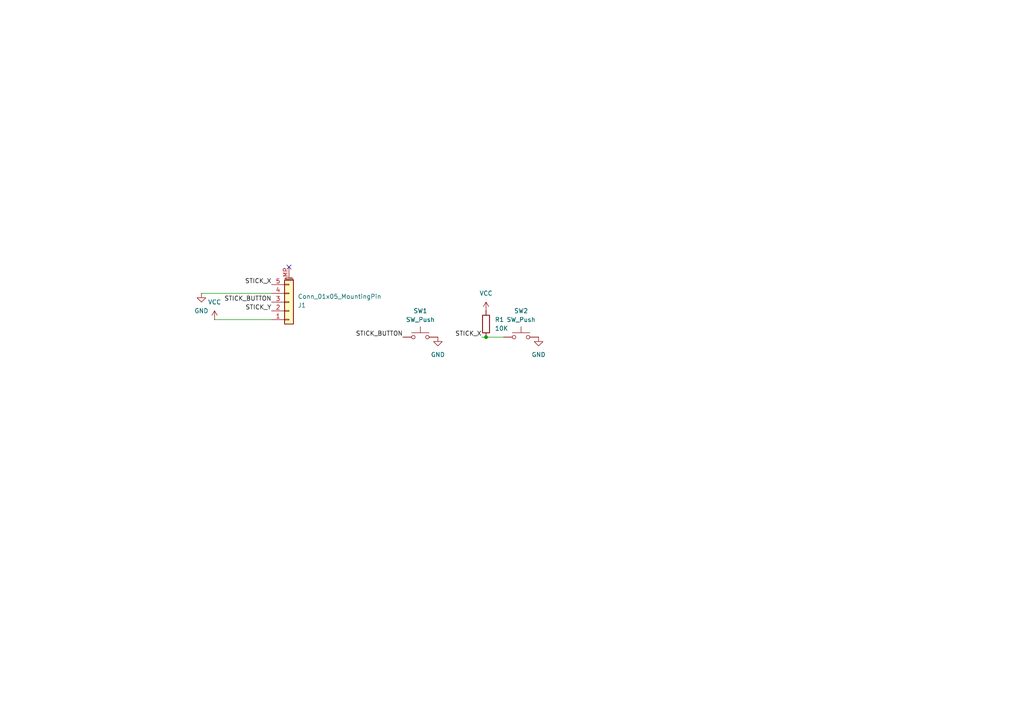
<source format=kicad_sch>
(kicad_sch (version 20231120) (generator "eeschema") (generator_version "8.0")
  (paper "A4")
  (lib_symbols
    (symbol "Connector_Generic_MountingPin:Conn_01x05_MountingPin" (pin_names (offset 1.016) hide)
      (property "Reference" "J" (at 0 7.62 0))
      (property "Value" "Conn_01x05_MountingPin" (at 1.27 -7.62 0))
      (symbol "Conn_01x05_MountingPin_1_1"
        (rectangle (start -1.27 -4.953) (end 0 -5.207) (stroke (width 0.1524)))
        (rectangle (start -1.27 -2.413) (end 0 -2.667) (stroke (width 0.1524)))
        (rectangle (start -1.27 0.127) (end 0 -0.127) (stroke (width 0.1524)))
        (rectangle (start -1.27 2.667) (end 0 2.413) (stroke (width 0.1524)))
        (rectangle (start -1.27 5.207) (end 0 4.953) (stroke (width 0.1524)))
        (rectangle (start -1.27 6.35) (end 1.27 -6.35) (stroke (width 0.254)) (fill (type background)))
        (polyline (pts (xy -1.016 -7.112) (xy 1.016 -7.112)) (stroke (width 0.1524)))
        (text "Mounting" (at 0 -6.731 0) (effects (font (size 0.381 0.381))))
        (pin passive line (at -5.08 5.08 0) (length 3.81) (name "Pin_1") (number "1"))
        (pin passive line (at -5.08 2.54 0) (length 3.81) (name "Pin_2") (number "2"))
        (pin passive line (at -5.08 0 0) (length 3.81) (name "Pin_3") (number "3"))
        (pin passive line (at -5.08 -2.54 0) (length 3.81) (name "Pin_4") (number "4"))
        (pin passive line (at -5.08 -5.08 0) (length 3.81) (name "Pin_5") (number "5"))
        (pin passive line (at 0 -10.16 90) (length 3.048) (name "MountPin") (number "MP"))
      )
    )
    (symbol "Device:R" (pin_numbers hide) (pin_names (offset 0))
      (property "Reference" "R" (at 2.032 0 90))
      (property "Value" "R" (at 0 0 90))
      (symbol "R_0_1"
        (rectangle (start -1.016 -2.54) (end 1.016 2.54) (stroke (width 0.254)))
      )
      (symbol "R_1_1"
        (pin passive line (at 0 3.81 270) (length 1.27) (name "~") (number "1"))
        (pin passive line (at 0 -3.81 90) (length 1.27) (name "~") (number "2"))
      )
    )
    (symbol "Switch:SW_Push" (pin_numbers hide) (pin_names (offset 1.016) hide)
      (property "Reference" "SW" (at 1.27 2.54 0))
      (property "Value" "SW_Push" (at 0 -1.524 0))
      (symbol "SW_Push_0_1"
        (circle (center -2.032 0) (radius 0.508))
        (polyline (pts (xy 0 1.27) (xy 0 3.048)))
        (polyline (pts (xy 2.54 1.27) (xy -2.54 1.27)))
        (circle (center 2.032 0) (radius 0.508))
        (pin passive line (at -5.08 0 0) (length 2.54) (name "1") (number "1"))
        (pin passive line (at 5.08 0 180) (length 2.54) (name "2") (number "2"))
      )
    )
    (symbol "power:GND" (power) (pin_numbers hide) (pin_names (offset 0) hide)
      (property "Value" "GND" (at 0 -3.81 0))
      (symbol "GND_0_1"
        (polyline (pts (xy 0 0) (xy 0 -1.27) (xy 1.27 -1.27) (xy 0 -2.54) (xy -1.27 -1.27) (xy 0 -1.27)))
      )
      (symbol "GND_1_1"
        (pin power_in line (at 0 0 270) (length 0) (name "~") (number "1"))
      )
    )
    (symbol "power:VCC" (power) (pin_numbers hide) (pin_names (offset 0) hide)
      (property "Value" "VCC" (at 0 3.556 0))
      (symbol "VCC_0_1"
        (polyline (pts (xy -0.762 1.27) (xy 0 2.54)))
        (polyline (pts (xy 0 0) (xy 0 2.54)))
        (polyline (pts (xy 0 2.54) (xy 0.762 1.27)))
      )
      (symbol "VCC_1_1"
        (pin power_in line (at 0 0 90) (length 0) (name "~") (number "1"))
      )
    )
  )
  (junction (at 140.97 97.79))
  (no_connect (at 83.82 77.47))
  (wire (pts (xy 140.97 97.79) (xy 139.7 97.79)))
  (wire (pts (xy 62.23 92.71) (xy 78.74 92.71)))
  (wire (pts (xy 146.05 97.79) (xy 140.97 97.79)))
  (wire (pts (xy 58.42 85.09) (xy 78.74 85.09)))
  (label "STICK_X" (at 78.74 82.55 180))
  (label "STICK_X" (at 139.7 97.79 180))
  (label "STICK_BUTTON" (at 78.74 87.63 180))
  (label "STICK_BUTTON" (at 116.84 97.79 180))
  (label "STICK_Y" (at 78.74 90.17 180))
  (symbol (lib_id "Switch:SW_Push") (at 151.13 97.79 0) (unit 1)
    (property "Reference" "SW2" (at 151.13 90.17 0))
    (property "Value" "SW_Push" (at 151.13 92.71 0))
    (property "Footprint" "Daft_Misc:SW_Push_1P1T_NO_TSC001" (effects (hide yes)))
    (property "Description" "Push button switch, generic, two pins" (effects (hide yes)))
  )
  (symbol (lib_id "power:GND") (at 127 97.79 0) (unit 1)
    (property "Reference" "#PWR02" (effects (hide yes)))
    (property "Value" "GND" (at 127 102.87 0))
    (property "Description" "Power symbol creates a global label with name \"GND\" , ground" (effects (hide yes)))
  )
  (symbol (lib_id "power:GND") (at 58.42 85.09 0) (unit 1)
    (property "Reference" "#PWR06" (effects (hide yes)))
    (property "Value" "GND" (at 58.42 90.17 0))
    (property "Description" "Power symbol creates a global label with name \"GND\" , ground" (effects (hide yes)))
  )
  (symbol (lib_id "power:VCC") (at 62.23 92.71 0) (unit 1)
    (property "Reference" "#PWR01" (effects (hide yes)))
    (property "Value" "VCC" (at 62.23 87.63 0))
    (property "Description" "Power symbol creates a global label with name \"VCC\"" (effects (hide yes)))
  )
  (symbol (lib_id "Connector_Generic_MountingPin:Conn_01x05_MountingPin") (at 83.82 87.63 0) (mirror x) (unit 1)
    (property "Reference" "J1" (at 86.36 88.5445 0) (effects (justify left)))
    (property "Value" "Conn_01x05_MountingPin" (at 86.36 86.0045 0) (effects (justify left)))
    (property "Footprint" "Daft_Misc:HCTL_HC-FPC-05-09-5RLTAG-00_1x05-1MP_P0.50mm_Horizontal" (effects (hide yes)))
    (property "Description" "Generic connectable mounting pin connector, single row, 01x05, script generated (kicad-library-utils/schlib/autogen/connector/)" (effects (hide yes)))
  )
  (symbol (lib_id "power:VCC") (at 140.97 90.17 0) (unit 1)
    (property "Reference" "#PWR04" (effects (hide yes)))
    (property "Value" "VCC" (at 140.97 85.09 0))
    (property "Description" "Power symbol creates a global label with name \"VCC\"" (effects (hide yes)))
  )
  (symbol (lib_id "Switch:SW_Push") (at 121.92 97.79 0) (unit 1)
    (property "Reference" "SW1" (at 121.92 90.17 0))
    (property "Value" "SW_Push" (at 121.92 92.71 0))
    (property "Footprint" "Daft_Misc:SW_Push_1P1T_NO_TSC001" (effects (hide yes)))
    (property "Description" "Push button switch, generic, two pins" (effects (hide yes)))
  )
  (symbol (lib_id "power:GND") (at 156.21 97.79 0) (unit 1)
    (property "Reference" "#PWR03" (effects (hide yes)))
    (property "Value" "GND" (at 156.21 102.87 0))
    (property "Description" "Power symbol creates a global label with name \"GND\" , ground" (effects (hide yes)))
  )
  (symbol (lib_id "Device:R") (at 140.97 93.98 0) (unit 1)
    (property "Reference" "R1" (at 143.51 92.7099 0) (effects (justify left)))
    (property "Value" "10K" (at 143.51 95.2499 0) (effects (justify left)))
    (property "Footprint" "Resistor_SMD:R_0402_1005Metric" (effects (hide yes)))
    (property "Description" "Resistor" (effects (hide yes)))
  )
)
</source>
